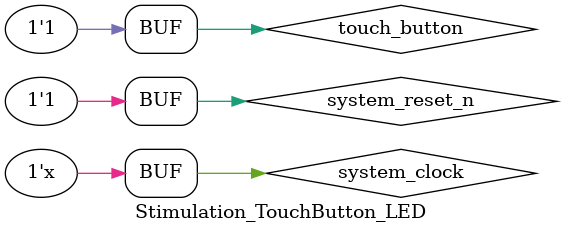
<source format=v>
`timescale 1ns / 1ns

module Stimulation_TouchButton_LED();

reg system_clock;
reg system_reset_n;
reg touch_button;

wire led;

initial begin
    system_clock = 1 'b 1;
    system_reset_n = 1 'b 0;
    touch_button <= 1 'b 1;
    #20
    system_reset_n <= 1 'b 1;
    #200
    touch_button <= 1 'b 0;
    #2000
    touch_button <= 1 'b 1;
    #1000
    touch_button <= 1 'b 0;
    #3000
    touch_button <= 1 'b 1;
end

always #10 system_clock = ~ system_clock;


TouchButton_LED TouchButton_LED_Instance (
    .system_clock (system_clock),
    .system_reset_n (system_reset_n),
    .touch_button (touch_button),

    .led (led)
);

endmodule

</source>
